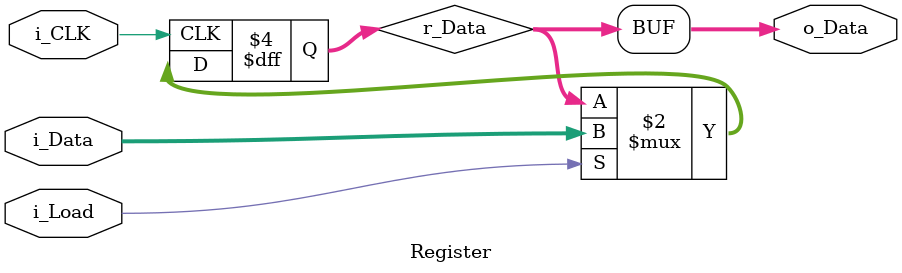
<source format=v>
`ifndef REGISTER_V
`define REGISTER_V

module Register(
    input i_CLK,
    input [15:0] i_Data,
    input i_Load,
    output [15:0] o_Data
    );

    reg [15:0] r_Data;

    always @(posedge i_CLK) begin
        if (i_Load) begin
            r_Data <= i_Data;
        end
    end

    assign o_Data = r_Data;

endmodule
`endif 
</source>
